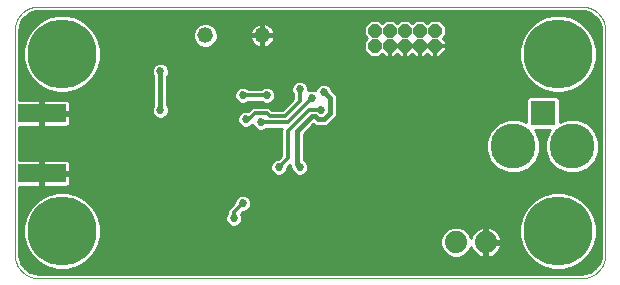
<source format=gbl>
G75*
%MOIN*%
%OFA0B0*%
%FSLAX25Y25*%
%IPPOS*%
%LPD*%
%AMOC8*
5,1,8,0,0,1.08239X$1,22.5*
%
%ADD10C,0.00000*%
%ADD11C,0.05200*%
%ADD12OC8,0.04362*%
%ADD13C,0.15024*%
%ADD14R,0.08268X0.08268*%
%ADD15R,0.16000X0.06000*%
%ADD16C,0.23000*%
%ADD17C,0.07400*%
%ADD18C,0.01000*%
%ADD19C,0.02700*%
%ADD20C,0.01600*%
%ADD21C,0.01200*%
D10*
X0010374Y0002500D02*
X0191476Y0002500D01*
X0191666Y0002502D01*
X0191856Y0002509D01*
X0192046Y0002521D01*
X0192236Y0002537D01*
X0192425Y0002557D01*
X0192614Y0002583D01*
X0192802Y0002612D01*
X0192989Y0002647D01*
X0193175Y0002686D01*
X0193360Y0002729D01*
X0193545Y0002777D01*
X0193728Y0002829D01*
X0193909Y0002885D01*
X0194089Y0002946D01*
X0194268Y0003012D01*
X0194445Y0003081D01*
X0194621Y0003155D01*
X0194794Y0003233D01*
X0194966Y0003316D01*
X0195135Y0003402D01*
X0195303Y0003492D01*
X0195468Y0003587D01*
X0195631Y0003685D01*
X0195791Y0003788D01*
X0195949Y0003894D01*
X0196104Y0004004D01*
X0196257Y0004117D01*
X0196407Y0004235D01*
X0196553Y0004356D01*
X0196697Y0004480D01*
X0196838Y0004608D01*
X0196976Y0004739D01*
X0197111Y0004874D01*
X0197242Y0005012D01*
X0197370Y0005153D01*
X0197494Y0005297D01*
X0197615Y0005443D01*
X0197733Y0005593D01*
X0197846Y0005746D01*
X0197956Y0005901D01*
X0198062Y0006059D01*
X0198165Y0006219D01*
X0198263Y0006382D01*
X0198358Y0006547D01*
X0198448Y0006715D01*
X0198534Y0006884D01*
X0198617Y0007056D01*
X0198695Y0007229D01*
X0198769Y0007405D01*
X0198838Y0007582D01*
X0198904Y0007761D01*
X0198965Y0007941D01*
X0199021Y0008122D01*
X0199073Y0008305D01*
X0199121Y0008490D01*
X0199164Y0008675D01*
X0199203Y0008861D01*
X0199238Y0009048D01*
X0199267Y0009236D01*
X0199293Y0009425D01*
X0199313Y0009614D01*
X0199329Y0009804D01*
X0199341Y0009994D01*
X0199348Y0010184D01*
X0199350Y0010374D01*
X0199350Y0085177D01*
X0199348Y0085367D01*
X0199341Y0085557D01*
X0199329Y0085747D01*
X0199313Y0085937D01*
X0199293Y0086126D01*
X0199267Y0086315D01*
X0199238Y0086503D01*
X0199203Y0086690D01*
X0199164Y0086876D01*
X0199121Y0087061D01*
X0199073Y0087246D01*
X0199021Y0087429D01*
X0198965Y0087610D01*
X0198904Y0087790D01*
X0198838Y0087969D01*
X0198769Y0088146D01*
X0198695Y0088322D01*
X0198617Y0088495D01*
X0198534Y0088667D01*
X0198448Y0088836D01*
X0198358Y0089004D01*
X0198263Y0089169D01*
X0198165Y0089332D01*
X0198062Y0089492D01*
X0197956Y0089650D01*
X0197846Y0089805D01*
X0197733Y0089958D01*
X0197615Y0090108D01*
X0197494Y0090254D01*
X0197370Y0090398D01*
X0197242Y0090539D01*
X0197111Y0090677D01*
X0196976Y0090812D01*
X0196838Y0090943D01*
X0196697Y0091071D01*
X0196553Y0091195D01*
X0196407Y0091316D01*
X0196257Y0091434D01*
X0196104Y0091547D01*
X0195949Y0091657D01*
X0195791Y0091763D01*
X0195631Y0091866D01*
X0195468Y0091964D01*
X0195303Y0092059D01*
X0195135Y0092149D01*
X0194966Y0092235D01*
X0194794Y0092318D01*
X0194621Y0092396D01*
X0194445Y0092470D01*
X0194268Y0092539D01*
X0194089Y0092605D01*
X0193909Y0092666D01*
X0193728Y0092722D01*
X0193545Y0092774D01*
X0193360Y0092822D01*
X0193175Y0092865D01*
X0192989Y0092904D01*
X0192802Y0092939D01*
X0192614Y0092968D01*
X0192425Y0092994D01*
X0192236Y0093014D01*
X0192046Y0093030D01*
X0191856Y0093042D01*
X0191666Y0093049D01*
X0191476Y0093051D01*
X0010374Y0093051D01*
X0010184Y0093049D01*
X0009994Y0093042D01*
X0009804Y0093030D01*
X0009614Y0093014D01*
X0009425Y0092994D01*
X0009236Y0092968D01*
X0009048Y0092939D01*
X0008861Y0092904D01*
X0008675Y0092865D01*
X0008490Y0092822D01*
X0008305Y0092774D01*
X0008122Y0092722D01*
X0007941Y0092666D01*
X0007761Y0092605D01*
X0007582Y0092539D01*
X0007405Y0092470D01*
X0007229Y0092396D01*
X0007056Y0092318D01*
X0006884Y0092235D01*
X0006715Y0092149D01*
X0006547Y0092059D01*
X0006382Y0091964D01*
X0006219Y0091866D01*
X0006059Y0091763D01*
X0005901Y0091657D01*
X0005746Y0091547D01*
X0005593Y0091434D01*
X0005443Y0091316D01*
X0005297Y0091195D01*
X0005153Y0091071D01*
X0005012Y0090943D01*
X0004874Y0090812D01*
X0004739Y0090677D01*
X0004608Y0090539D01*
X0004480Y0090398D01*
X0004356Y0090254D01*
X0004235Y0090108D01*
X0004117Y0089958D01*
X0004004Y0089805D01*
X0003894Y0089650D01*
X0003788Y0089492D01*
X0003685Y0089332D01*
X0003587Y0089169D01*
X0003492Y0089004D01*
X0003402Y0088836D01*
X0003316Y0088667D01*
X0003233Y0088495D01*
X0003155Y0088322D01*
X0003081Y0088146D01*
X0003012Y0087969D01*
X0002946Y0087790D01*
X0002885Y0087610D01*
X0002829Y0087429D01*
X0002777Y0087246D01*
X0002729Y0087061D01*
X0002686Y0086876D01*
X0002647Y0086690D01*
X0002612Y0086503D01*
X0002583Y0086315D01*
X0002557Y0086126D01*
X0002537Y0085937D01*
X0002521Y0085747D01*
X0002509Y0085557D01*
X0002502Y0085367D01*
X0002500Y0085177D01*
X0002500Y0010374D01*
X0002502Y0010184D01*
X0002509Y0009994D01*
X0002521Y0009804D01*
X0002537Y0009614D01*
X0002557Y0009425D01*
X0002583Y0009236D01*
X0002612Y0009048D01*
X0002647Y0008861D01*
X0002686Y0008675D01*
X0002729Y0008490D01*
X0002777Y0008305D01*
X0002829Y0008122D01*
X0002885Y0007941D01*
X0002946Y0007761D01*
X0003012Y0007582D01*
X0003081Y0007405D01*
X0003155Y0007229D01*
X0003233Y0007056D01*
X0003316Y0006884D01*
X0003402Y0006715D01*
X0003492Y0006547D01*
X0003587Y0006382D01*
X0003685Y0006219D01*
X0003788Y0006059D01*
X0003894Y0005901D01*
X0004004Y0005746D01*
X0004117Y0005593D01*
X0004235Y0005443D01*
X0004356Y0005297D01*
X0004480Y0005153D01*
X0004608Y0005012D01*
X0004739Y0004874D01*
X0004874Y0004739D01*
X0005012Y0004608D01*
X0005153Y0004480D01*
X0005297Y0004356D01*
X0005443Y0004235D01*
X0005593Y0004117D01*
X0005746Y0004004D01*
X0005901Y0003894D01*
X0006059Y0003788D01*
X0006219Y0003685D01*
X0006382Y0003587D01*
X0006547Y0003492D01*
X0006715Y0003402D01*
X0006884Y0003316D01*
X0007056Y0003233D01*
X0007229Y0003155D01*
X0007405Y0003081D01*
X0007582Y0003012D01*
X0007761Y0002946D01*
X0007941Y0002885D01*
X0008122Y0002829D01*
X0008305Y0002777D01*
X0008490Y0002729D01*
X0008675Y0002686D01*
X0008861Y0002647D01*
X0009048Y0002612D01*
X0009236Y0002583D01*
X0009425Y0002557D01*
X0009614Y0002537D01*
X0009804Y0002521D01*
X0009994Y0002509D01*
X0010184Y0002502D01*
X0010374Y0002500D01*
D11*
X0066000Y0083500D03*
X0085000Y0083500D03*
D12*
X0122500Y0085000D03*
X0127500Y0085000D03*
X0132500Y0085000D03*
X0137500Y0085000D03*
X0142500Y0085000D03*
X0142500Y0080000D03*
X0137500Y0080000D03*
X0132500Y0080000D03*
X0127500Y0080000D03*
X0122500Y0080000D03*
D13*
X0168657Y0046500D03*
X0188343Y0046500D03*
D14*
X0178500Y0057524D03*
D15*
X0011500Y0057500D03*
X0011500Y0037500D03*
D16*
X0018248Y0018248D03*
X0018248Y0077303D03*
X0183602Y0077303D03*
X0183602Y0018248D03*
D17*
X0159500Y0014500D03*
X0149500Y0014500D03*
D18*
X0007480Y0004695D02*
X0005867Y0005867D01*
X0004695Y0007480D01*
X0004078Y0009377D01*
X0004000Y0010374D01*
X0004000Y0033000D01*
X0011000Y0033000D01*
X0011000Y0037000D01*
X0012000Y0037000D01*
X0012000Y0038000D01*
X0011000Y0038000D01*
X0011000Y0042000D01*
X0004000Y0042000D01*
X0004000Y0053000D01*
X0011000Y0053000D01*
X0011000Y0057000D01*
X0012000Y0057000D01*
X0012000Y0058000D01*
X0011000Y0058000D01*
X0011000Y0062000D01*
X0004000Y0062000D01*
X0004000Y0085177D01*
X0004078Y0086174D01*
X0004695Y0088071D01*
X0005867Y0089684D01*
X0007480Y0090856D01*
X0009377Y0091473D01*
X0010374Y0091551D01*
X0191476Y0091551D01*
X0192473Y0091473D01*
X0194370Y0090856D01*
X0195983Y0089684D01*
X0197156Y0088071D01*
X0197772Y0086174D01*
X0197850Y0085177D01*
X0197850Y0010374D01*
X0197772Y0009377D01*
X0197156Y0007480D01*
X0195983Y0005867D01*
X0194370Y0004695D01*
X0192473Y0004078D01*
X0191476Y0004000D01*
X0010374Y0004000D01*
X0009377Y0004078D01*
X0007480Y0004695D01*
X0008089Y0004497D02*
X0193762Y0004497D01*
X0195472Y0005496D02*
X0186238Y0005496D01*
X0185314Y0005248D02*
X0188620Y0006134D01*
X0191585Y0007845D01*
X0194005Y0010266D01*
X0195716Y0013230D01*
X0196602Y0016537D01*
X0196602Y0019960D01*
X0195716Y0023266D01*
X0194005Y0026230D01*
X0191585Y0028651D01*
X0188620Y0030362D01*
X0185314Y0031248D01*
X0181891Y0031248D01*
X0178585Y0030362D01*
X0175620Y0028651D01*
X0173200Y0026230D01*
X0171488Y0023266D01*
X0170602Y0019960D01*
X0170602Y0016537D01*
X0171488Y0013230D01*
X0173200Y0010266D01*
X0175620Y0007845D01*
X0178585Y0006134D01*
X0181891Y0005248D01*
X0185314Y0005248D01*
X0189244Y0006494D02*
X0196439Y0006494D01*
X0197160Y0007493D02*
X0190973Y0007493D01*
X0192230Y0008491D02*
X0197484Y0008491D01*
X0197781Y0009490D02*
X0193229Y0009490D01*
X0194133Y0010488D02*
X0197850Y0010488D01*
X0197850Y0011487D02*
X0194710Y0011487D01*
X0195286Y0012485D02*
X0197850Y0012485D01*
X0197850Y0013484D02*
X0195784Y0013484D01*
X0196052Y0014482D02*
X0197850Y0014482D01*
X0197850Y0015481D02*
X0196319Y0015481D01*
X0196587Y0016479D02*
X0197850Y0016479D01*
X0197850Y0017478D02*
X0196602Y0017478D01*
X0196602Y0018476D02*
X0197850Y0018476D01*
X0197850Y0019475D02*
X0196602Y0019475D01*
X0196465Y0020473D02*
X0197850Y0020473D01*
X0197850Y0021472D02*
X0196197Y0021472D01*
X0195930Y0022470D02*
X0197850Y0022470D01*
X0197850Y0023469D02*
X0195599Y0023469D01*
X0195023Y0024467D02*
X0197850Y0024467D01*
X0197850Y0025466D02*
X0194446Y0025466D01*
X0193771Y0026464D02*
X0197850Y0026464D01*
X0197850Y0027463D02*
X0192772Y0027463D01*
X0191774Y0028461D02*
X0197850Y0028461D01*
X0197850Y0029460D02*
X0190183Y0029460D01*
X0188261Y0030458D02*
X0197850Y0030458D01*
X0197850Y0031457D02*
X0004000Y0031457D01*
X0004000Y0032455D02*
X0197850Y0032455D01*
X0197850Y0033454D02*
X0020575Y0033454D01*
X0020700Y0033579D02*
X0020898Y0033921D01*
X0021000Y0034303D01*
X0021000Y0037000D01*
X0012000Y0037000D01*
X0012000Y0033000D01*
X0019697Y0033000D01*
X0020079Y0033102D01*
X0020421Y0033300D01*
X0020700Y0033579D01*
X0021000Y0034452D02*
X0197850Y0034452D01*
X0197850Y0035451D02*
X0021000Y0035451D01*
X0021000Y0036449D02*
X0197850Y0036449D01*
X0197850Y0037448D02*
X0099478Y0037448D01*
X0099114Y0037084D02*
X0099916Y0037886D01*
X0100350Y0038933D01*
X0100350Y0040067D01*
X0099916Y0041114D01*
X0099114Y0041916D01*
X0098800Y0042046D01*
X0098800Y0050547D01*
X0102000Y0053747D01*
X0102547Y0053200D01*
X0106453Y0053200D01*
X0107800Y0054547D01*
X0109800Y0056547D01*
X0109800Y0063453D01*
X0108453Y0064800D01*
X0108350Y0064903D01*
X0108350Y0065067D01*
X0107916Y0066114D01*
X0107114Y0066916D01*
X0106067Y0067350D01*
X0104933Y0067350D01*
X0103886Y0066916D01*
X0103084Y0066114D01*
X0102665Y0065102D01*
X0102067Y0065350D01*
X0100933Y0065350D01*
X0100350Y0065108D01*
X0100350Y0066067D01*
X0099916Y0067114D01*
X0099114Y0067916D01*
X0098067Y0068350D01*
X0096933Y0068350D01*
X0095886Y0067916D01*
X0095084Y0067114D01*
X0094650Y0066067D01*
X0094650Y0064933D01*
X0095084Y0063886D01*
X0095400Y0063570D01*
X0095400Y0062370D01*
X0091630Y0058600D01*
X0088370Y0058600D01*
X0087370Y0059600D01*
X0081630Y0059600D01*
X0080400Y0058370D01*
X0080288Y0058258D01*
X0080067Y0058350D01*
X0078933Y0058350D01*
X0077886Y0057916D01*
X0077084Y0057114D01*
X0076650Y0056067D01*
X0076650Y0054933D01*
X0077084Y0053886D01*
X0077886Y0053084D01*
X0078933Y0052650D01*
X0080067Y0052650D01*
X0081114Y0053084D01*
X0081742Y0053711D01*
X0082084Y0052886D01*
X0082886Y0052084D01*
X0083933Y0051650D01*
X0085067Y0051650D01*
X0086114Y0052084D01*
X0086430Y0052400D01*
X0091430Y0052400D01*
X0091400Y0052370D01*
X0091400Y0043370D01*
X0090380Y0042350D01*
X0089933Y0042350D01*
X0088886Y0041916D01*
X0088084Y0041114D01*
X0087650Y0040067D01*
X0087650Y0038933D01*
X0088084Y0037886D01*
X0088886Y0037084D01*
X0089933Y0036650D01*
X0091067Y0036650D01*
X0092114Y0037084D01*
X0092916Y0037886D01*
X0093350Y0038933D01*
X0093350Y0039380D01*
X0094200Y0040230D01*
X0094200Y0039547D01*
X0094650Y0039097D01*
X0094650Y0038933D01*
X0095084Y0037886D01*
X0095886Y0037084D01*
X0096933Y0036650D01*
X0098067Y0036650D01*
X0099114Y0037084D01*
X0100148Y0038446D02*
X0164552Y0038446D01*
X0163553Y0038860D02*
X0166865Y0037488D01*
X0170450Y0037488D01*
X0173762Y0038860D01*
X0176297Y0041395D01*
X0177669Y0044707D01*
X0177669Y0048293D01*
X0176297Y0051605D01*
X0176012Y0051890D01*
X0180988Y0051890D01*
X0180703Y0051605D01*
X0179331Y0048293D01*
X0179331Y0044707D01*
X0180703Y0041395D01*
X0183238Y0038860D01*
X0186550Y0037488D01*
X0190135Y0037488D01*
X0193447Y0038860D01*
X0195982Y0041395D01*
X0197354Y0044707D01*
X0197354Y0048293D01*
X0195982Y0051605D01*
X0193447Y0054140D01*
X0190135Y0055512D01*
X0186550Y0055512D01*
X0184134Y0054511D01*
X0184134Y0062279D01*
X0183255Y0063157D01*
X0173745Y0063157D01*
X0172866Y0062279D01*
X0172866Y0054511D01*
X0170450Y0055512D01*
X0166865Y0055512D01*
X0163553Y0054140D01*
X0161018Y0051605D01*
X0159646Y0048293D01*
X0159646Y0044707D01*
X0161018Y0041395D01*
X0163553Y0038860D01*
X0162968Y0039445D02*
X0100350Y0039445D01*
X0100194Y0040443D02*
X0161969Y0040443D01*
X0160998Y0041442D02*
X0099589Y0041442D01*
X0098800Y0042440D02*
X0160585Y0042440D01*
X0160171Y0043439D02*
X0098800Y0043439D01*
X0098800Y0044437D02*
X0159757Y0044437D01*
X0159646Y0045436D02*
X0098800Y0045436D01*
X0098800Y0046434D02*
X0159646Y0046434D01*
X0159646Y0047433D02*
X0098800Y0047433D01*
X0098800Y0048432D02*
X0159703Y0048432D01*
X0160117Y0049430D02*
X0098800Y0049430D01*
X0098800Y0050429D02*
X0160530Y0050429D01*
X0160944Y0051427D02*
X0099680Y0051427D01*
X0100678Y0052426D02*
X0161838Y0052426D01*
X0162837Y0053424D02*
X0106677Y0053424D01*
X0107675Y0054423D02*
X0164235Y0054423D01*
X0166646Y0055421D02*
X0108674Y0055421D01*
X0109672Y0056420D02*
X0172866Y0056420D01*
X0172866Y0057418D02*
X0109800Y0057418D01*
X0109800Y0058417D02*
X0172866Y0058417D01*
X0172866Y0059415D02*
X0109800Y0059415D01*
X0109800Y0060414D02*
X0172866Y0060414D01*
X0172866Y0061412D02*
X0109800Y0061412D01*
X0109800Y0062411D02*
X0172998Y0062411D01*
X0175620Y0066901D02*
X0178585Y0065189D01*
X0181891Y0064303D01*
X0185314Y0064303D01*
X0188620Y0065189D01*
X0191585Y0066901D01*
X0194005Y0069321D01*
X0195716Y0072285D01*
X0196602Y0075592D01*
X0196602Y0079015D01*
X0195716Y0082321D01*
X0194005Y0085285D01*
X0191585Y0087706D01*
X0188620Y0089417D01*
X0185314Y0090303D01*
X0181891Y0090303D01*
X0178585Y0089417D01*
X0175620Y0087706D01*
X0173200Y0085285D01*
X0171488Y0082321D01*
X0170602Y0079015D01*
X0170602Y0075592D01*
X0171488Y0072285D01*
X0173200Y0069321D01*
X0175620Y0066901D01*
X0175117Y0067403D02*
X0099627Y0067403D01*
X0100210Y0066405D02*
X0103374Y0066405D01*
X0102791Y0065406D02*
X0100350Y0065406D01*
X0095400Y0063409D02*
X0089350Y0063409D01*
X0089350Y0062933D02*
X0089350Y0064067D01*
X0088916Y0065114D01*
X0088114Y0065916D01*
X0087067Y0066350D01*
X0085933Y0066350D01*
X0084886Y0065916D01*
X0084569Y0065600D01*
X0080430Y0065600D01*
X0080114Y0065916D01*
X0079067Y0066350D01*
X0077933Y0066350D01*
X0076886Y0065916D01*
X0076084Y0065114D01*
X0075650Y0064067D01*
X0075650Y0062933D01*
X0076084Y0061886D01*
X0076886Y0061084D01*
X0077933Y0060650D01*
X0079067Y0060650D01*
X0080114Y0061084D01*
X0080430Y0061400D01*
X0084569Y0061400D01*
X0084886Y0061084D01*
X0085933Y0060650D01*
X0087067Y0060650D01*
X0088114Y0061084D01*
X0088916Y0061886D01*
X0089350Y0062933D01*
X0089134Y0062411D02*
X0095400Y0062411D01*
X0094442Y0061412D02*
X0088443Y0061412D01*
X0087555Y0059415D02*
X0092445Y0059415D01*
X0093444Y0060414D02*
X0053300Y0060414D01*
X0053300Y0060230D02*
X0053300Y0069769D01*
X0053416Y0069886D01*
X0053850Y0070933D01*
X0053850Y0072067D01*
X0053416Y0073114D01*
X0052614Y0073916D01*
X0051567Y0074350D01*
X0050433Y0074350D01*
X0049386Y0073916D01*
X0048584Y0073114D01*
X0048150Y0072067D01*
X0048150Y0070933D01*
X0048584Y0069886D01*
X0048700Y0069769D01*
X0048700Y0060230D01*
X0048584Y0060114D01*
X0048150Y0059067D01*
X0048150Y0057933D01*
X0048584Y0056886D01*
X0049386Y0056084D01*
X0050433Y0055650D01*
X0051567Y0055650D01*
X0052614Y0056084D01*
X0053416Y0056886D01*
X0053850Y0057933D01*
X0053850Y0059067D01*
X0053416Y0060114D01*
X0053300Y0060230D01*
X0053706Y0059415D02*
X0081445Y0059415D01*
X0080447Y0058417D02*
X0053850Y0058417D01*
X0053637Y0057418D02*
X0077388Y0057418D01*
X0076796Y0056420D02*
X0052950Y0056420D01*
X0049050Y0056420D02*
X0021000Y0056420D01*
X0021000Y0057000D02*
X0012000Y0057000D01*
X0012000Y0053000D01*
X0019697Y0053000D01*
X0020079Y0053102D01*
X0020421Y0053300D01*
X0020700Y0053579D01*
X0020898Y0053921D01*
X0021000Y0054303D01*
X0021000Y0057000D01*
X0021000Y0058000D02*
X0021000Y0060697D01*
X0020898Y0061079D01*
X0020700Y0061421D01*
X0020421Y0061700D01*
X0020079Y0061898D01*
X0019697Y0062000D01*
X0012000Y0062000D01*
X0012000Y0058000D01*
X0021000Y0058000D01*
X0021000Y0058417D02*
X0048150Y0058417D01*
X0048294Y0059415D02*
X0021000Y0059415D01*
X0021000Y0060414D02*
X0048700Y0060414D01*
X0048700Y0061412D02*
X0020705Y0061412D01*
X0019960Y0064303D02*
X0016537Y0064303D01*
X0013230Y0065189D01*
X0010266Y0066901D01*
X0007845Y0069321D01*
X0006134Y0072285D01*
X0005248Y0075592D01*
X0005248Y0079015D01*
X0006134Y0082321D01*
X0007845Y0085285D01*
X0010266Y0087706D01*
X0013230Y0089417D01*
X0016537Y0090303D01*
X0019960Y0090303D01*
X0023266Y0089417D01*
X0026230Y0087706D01*
X0028651Y0085285D01*
X0030362Y0082321D01*
X0031248Y0079015D01*
X0031248Y0075592D01*
X0030362Y0072285D01*
X0028651Y0069321D01*
X0026230Y0066901D01*
X0023266Y0065189D01*
X0019960Y0064303D01*
X0020350Y0064408D02*
X0048700Y0064408D01*
X0048700Y0065406D02*
X0023642Y0065406D01*
X0025371Y0066405D02*
X0048700Y0066405D01*
X0048700Y0067403D02*
X0026733Y0067403D01*
X0027731Y0068402D02*
X0048700Y0068402D01*
X0048700Y0069400D02*
X0028696Y0069400D01*
X0029273Y0070399D02*
X0048371Y0070399D01*
X0048150Y0071397D02*
X0029849Y0071397D01*
X0030392Y0072396D02*
X0048286Y0072396D01*
X0048864Y0073394D02*
X0030659Y0073394D01*
X0030927Y0074393D02*
X0170924Y0074393D01*
X0170656Y0075391D02*
X0031194Y0075391D01*
X0031248Y0076390D02*
X0120904Y0076390D01*
X0120975Y0076319D02*
X0124025Y0076319D01*
X0125000Y0077294D01*
X0125975Y0076319D01*
X0127409Y0076319D01*
X0127409Y0079909D01*
X0127591Y0079909D01*
X0127591Y0080091D01*
X0131181Y0080091D01*
X0132409Y0080091D01*
X0132409Y0079909D01*
X0132591Y0079909D01*
X0132591Y0080091D01*
X0137409Y0080091D01*
X0137409Y0079909D01*
X0137591Y0079909D01*
X0137591Y0080091D01*
X0142409Y0080091D01*
X0142409Y0079909D01*
X0142591Y0079909D01*
X0142591Y0080091D01*
X0146181Y0080091D01*
X0146181Y0081525D01*
X0145206Y0082500D01*
X0146181Y0083475D01*
X0146181Y0086525D01*
X0144025Y0088681D01*
X0140975Y0088681D01*
X0140000Y0087706D01*
X0139025Y0088681D01*
X0135975Y0088681D01*
X0135000Y0087706D01*
X0134025Y0088681D01*
X0130975Y0088681D01*
X0130000Y0087706D01*
X0129025Y0088681D01*
X0125975Y0088681D01*
X0125000Y0087706D01*
X0124025Y0088681D01*
X0120975Y0088681D01*
X0118819Y0086525D01*
X0118819Y0083475D01*
X0119794Y0082500D01*
X0118819Y0081525D01*
X0118819Y0078475D01*
X0120975Y0076319D01*
X0119906Y0077388D02*
X0031248Y0077388D01*
X0031248Y0078387D02*
X0118907Y0078387D01*
X0118819Y0079385D02*
X0031149Y0079385D01*
X0030881Y0080384D02*
X0063318Y0080384D01*
X0063678Y0080024D02*
X0065184Y0079400D01*
X0066816Y0079400D01*
X0068322Y0080024D01*
X0069476Y0081178D01*
X0070100Y0082684D01*
X0070100Y0084316D01*
X0069476Y0085822D01*
X0068322Y0086976D01*
X0066816Y0087600D01*
X0065184Y0087600D01*
X0063678Y0086976D01*
X0062524Y0085822D01*
X0061900Y0084316D01*
X0061900Y0082684D01*
X0062524Y0081178D01*
X0063678Y0080024D01*
X0062439Y0081382D02*
X0030614Y0081382D01*
X0030327Y0082381D02*
X0062026Y0082381D01*
X0061900Y0083379D02*
X0029751Y0083379D01*
X0029175Y0084378D02*
X0061926Y0084378D01*
X0062339Y0085376D02*
X0028560Y0085376D01*
X0027561Y0086375D02*
X0063077Y0086375D01*
X0064638Y0087373D02*
X0026562Y0087373D01*
X0025076Y0088372D02*
X0120666Y0088372D01*
X0119668Y0087373D02*
X0086347Y0087373D01*
X0086574Y0087300D02*
X0085960Y0087499D01*
X0085323Y0087600D01*
X0085300Y0087600D01*
X0085300Y0083800D01*
X0089100Y0083800D01*
X0089100Y0083823D01*
X0088999Y0084460D01*
X0088800Y0085074D01*
X0088507Y0085649D01*
X0088127Y0086171D01*
X0087671Y0086627D01*
X0087149Y0087007D01*
X0086574Y0087300D01*
X0085300Y0087373D02*
X0084700Y0087373D01*
X0084700Y0087600D02*
X0084677Y0087600D01*
X0084040Y0087499D01*
X0083426Y0087300D01*
X0082851Y0087007D01*
X0082329Y0086627D01*
X0081873Y0086171D01*
X0081493Y0085649D01*
X0081200Y0085074D01*
X0081001Y0084460D01*
X0080900Y0083823D01*
X0080900Y0083800D01*
X0084700Y0083800D01*
X0084700Y0087600D01*
X0083653Y0087373D02*
X0067362Y0087373D01*
X0068923Y0086375D02*
X0082077Y0086375D01*
X0081355Y0085376D02*
X0069661Y0085376D01*
X0070074Y0084378D02*
X0080988Y0084378D01*
X0080900Y0083200D02*
X0080900Y0083177D01*
X0081001Y0082540D01*
X0081200Y0081926D01*
X0081493Y0081351D01*
X0081873Y0080829D01*
X0082329Y0080373D01*
X0082851Y0079993D01*
X0083426Y0079700D01*
X0084040Y0079501D01*
X0084677Y0079400D01*
X0084700Y0079400D01*
X0084700Y0083200D01*
X0085300Y0083200D01*
X0085300Y0083800D01*
X0084700Y0083800D01*
X0084700Y0083200D01*
X0080900Y0083200D01*
X0081053Y0082381D02*
X0069974Y0082381D01*
X0070100Y0083379D02*
X0084700Y0083379D01*
X0085300Y0083379D02*
X0118915Y0083379D01*
X0118819Y0084378D02*
X0089012Y0084378D01*
X0088645Y0085376D02*
X0118819Y0085376D01*
X0118819Y0086375D02*
X0087923Y0086375D01*
X0085300Y0086375D02*
X0084700Y0086375D01*
X0084700Y0085376D02*
X0085300Y0085376D01*
X0085300Y0084378D02*
X0084700Y0084378D01*
X0085300Y0083200D02*
X0089100Y0083200D01*
X0089100Y0083177D01*
X0088999Y0082540D01*
X0088800Y0081926D01*
X0088507Y0081351D01*
X0088127Y0080829D01*
X0087671Y0080373D01*
X0087149Y0079993D01*
X0086574Y0079700D01*
X0085960Y0079501D01*
X0085323Y0079400D01*
X0085300Y0079400D01*
X0085300Y0083200D01*
X0085300Y0082381D02*
X0084700Y0082381D01*
X0084700Y0081382D02*
X0085300Y0081382D01*
X0085300Y0080384D02*
X0084700Y0080384D01*
X0082318Y0080384D02*
X0068682Y0080384D01*
X0069561Y0081382D02*
X0081477Y0081382D01*
X0087682Y0080384D02*
X0118819Y0080384D01*
X0118819Y0081382D02*
X0088523Y0081382D01*
X0088947Y0082381D02*
X0119675Y0082381D01*
X0127591Y0079909D02*
X0127591Y0076319D01*
X0129025Y0076319D01*
X0130000Y0077294D01*
X0130975Y0076319D01*
X0132409Y0076319D01*
X0132409Y0079909D01*
X0127591Y0079909D01*
X0127591Y0079385D02*
X0127409Y0079385D01*
X0127409Y0078387D02*
X0127591Y0078387D01*
X0127591Y0077388D02*
X0127409Y0077388D01*
X0127409Y0076390D02*
X0127591Y0076390D01*
X0129096Y0076390D02*
X0130904Y0076390D01*
X0132409Y0076390D02*
X0132591Y0076390D01*
X0132591Y0076319D02*
X0134025Y0076319D01*
X0135000Y0077294D01*
X0135975Y0076319D01*
X0137409Y0076319D01*
X0137409Y0079909D01*
X0133819Y0079909D01*
X0132591Y0079909D01*
X0132591Y0076319D01*
X0132591Y0077388D02*
X0132409Y0077388D01*
X0132409Y0078387D02*
X0132591Y0078387D01*
X0132591Y0079385D02*
X0132409Y0079385D01*
X0137409Y0079385D02*
X0137591Y0079385D01*
X0137591Y0079909D02*
X0137591Y0076319D01*
X0139025Y0076319D01*
X0140000Y0077294D01*
X0140975Y0076319D01*
X0142409Y0076319D01*
X0142409Y0079909D01*
X0138819Y0079909D01*
X0137591Y0079909D01*
X0137591Y0078387D02*
X0137409Y0078387D01*
X0137409Y0077388D02*
X0137591Y0077388D01*
X0137591Y0076390D02*
X0137409Y0076390D01*
X0135904Y0076390D02*
X0134096Y0076390D01*
X0139096Y0076390D02*
X0140904Y0076390D01*
X0142409Y0076390D02*
X0142591Y0076390D01*
X0142591Y0076319D02*
X0144025Y0076319D01*
X0146181Y0078475D01*
X0146181Y0079909D01*
X0142591Y0079909D01*
X0142591Y0076319D01*
X0142591Y0077388D02*
X0142409Y0077388D01*
X0142409Y0078387D02*
X0142591Y0078387D01*
X0142591Y0079385D02*
X0142409Y0079385D01*
X0145094Y0077388D02*
X0170602Y0077388D01*
X0170602Y0076390D02*
X0144096Y0076390D01*
X0146093Y0078387D02*
X0170602Y0078387D01*
X0170702Y0079385D02*
X0146181Y0079385D01*
X0146181Y0080384D02*
X0170969Y0080384D01*
X0171237Y0081382D02*
X0146181Y0081382D01*
X0145325Y0082381D02*
X0171523Y0082381D01*
X0172099Y0083379D02*
X0146085Y0083379D01*
X0146181Y0084378D02*
X0172676Y0084378D01*
X0173291Y0085376D02*
X0146181Y0085376D01*
X0146181Y0086375D02*
X0174289Y0086375D01*
X0175288Y0087373D02*
X0145332Y0087373D01*
X0144334Y0088372D02*
X0176774Y0088372D01*
X0178504Y0089370D02*
X0023347Y0089370D01*
X0013149Y0089370D02*
X0005639Y0089370D01*
X0004913Y0088372D02*
X0011420Y0088372D01*
X0009934Y0087373D02*
X0004468Y0087373D01*
X0004144Y0086375D02*
X0008935Y0086375D01*
X0007937Y0085376D02*
X0004016Y0085376D01*
X0004000Y0084378D02*
X0007322Y0084378D01*
X0006745Y0083379D02*
X0004000Y0083379D01*
X0004000Y0082381D02*
X0006169Y0082381D01*
X0005882Y0081382D02*
X0004000Y0081382D01*
X0004000Y0080384D02*
X0005615Y0080384D01*
X0005347Y0079385D02*
X0004000Y0079385D01*
X0004000Y0078387D02*
X0005248Y0078387D01*
X0005248Y0077388D02*
X0004000Y0077388D01*
X0004000Y0076390D02*
X0005248Y0076390D01*
X0005302Y0075391D02*
X0004000Y0075391D01*
X0004000Y0074393D02*
X0005569Y0074393D01*
X0005837Y0073394D02*
X0004000Y0073394D01*
X0004000Y0072396D02*
X0006104Y0072396D01*
X0006647Y0071397D02*
X0004000Y0071397D01*
X0004000Y0070399D02*
X0007223Y0070399D01*
X0007800Y0069400D02*
X0004000Y0069400D01*
X0004000Y0068402D02*
X0008765Y0068402D01*
X0009763Y0067403D02*
X0004000Y0067403D01*
X0004000Y0066405D02*
X0011125Y0066405D01*
X0012854Y0065406D02*
X0004000Y0065406D01*
X0004000Y0064408D02*
X0016146Y0064408D01*
X0012000Y0061412D02*
X0011000Y0061412D01*
X0011000Y0060414D02*
X0012000Y0060414D01*
X0012000Y0059415D02*
X0011000Y0059415D01*
X0011000Y0058417D02*
X0012000Y0058417D01*
X0012000Y0057418D02*
X0048363Y0057418D01*
X0053300Y0061412D02*
X0076557Y0061412D01*
X0075866Y0062411D02*
X0053300Y0062411D01*
X0053300Y0063409D02*
X0075650Y0063409D01*
X0075791Y0064408D02*
X0053300Y0064408D01*
X0053300Y0065406D02*
X0076376Y0065406D01*
X0088624Y0065406D02*
X0094650Y0065406D01*
X0094790Y0066405D02*
X0053300Y0066405D01*
X0053300Y0067403D02*
X0095373Y0067403D01*
X0094868Y0064408D02*
X0089209Y0064408D01*
X0107626Y0066405D02*
X0176479Y0066405D01*
X0178208Y0065406D02*
X0108209Y0065406D01*
X0108845Y0064408D02*
X0181501Y0064408D01*
X0184002Y0062411D02*
X0197850Y0062411D01*
X0197850Y0063409D02*
X0109800Y0063409D01*
X0102323Y0053424D02*
X0101677Y0053424D01*
X0091400Y0051427D02*
X0004000Y0051427D01*
X0004000Y0050429D02*
X0091400Y0050429D01*
X0091400Y0049430D02*
X0004000Y0049430D01*
X0004000Y0048432D02*
X0091400Y0048432D01*
X0091400Y0047433D02*
X0004000Y0047433D01*
X0004000Y0046434D02*
X0091400Y0046434D01*
X0091400Y0045436D02*
X0004000Y0045436D01*
X0004000Y0044437D02*
X0091400Y0044437D01*
X0091400Y0043439D02*
X0004000Y0043439D01*
X0004000Y0042440D02*
X0090471Y0042440D01*
X0088411Y0041442D02*
X0020679Y0041442D01*
X0020700Y0041421D02*
X0020421Y0041700D01*
X0020079Y0041898D01*
X0019697Y0042000D01*
X0012000Y0042000D01*
X0012000Y0038000D01*
X0021000Y0038000D01*
X0021000Y0040697D01*
X0020898Y0041079D01*
X0020700Y0041421D01*
X0021000Y0040443D02*
X0087806Y0040443D01*
X0087650Y0039445D02*
X0021000Y0039445D01*
X0021000Y0038446D02*
X0087852Y0038446D01*
X0088522Y0037448D02*
X0012000Y0037448D01*
X0012000Y0038446D02*
X0011000Y0038446D01*
X0011000Y0039445D02*
X0012000Y0039445D01*
X0012000Y0040443D02*
X0011000Y0040443D01*
X0011000Y0041442D02*
X0012000Y0041442D01*
X0012000Y0036449D02*
X0011000Y0036449D01*
X0011000Y0035451D02*
X0012000Y0035451D01*
X0012000Y0034452D02*
X0011000Y0034452D01*
X0011000Y0033454D02*
X0012000Y0033454D01*
X0013230Y0030362D02*
X0016537Y0031248D01*
X0019960Y0031248D01*
X0023266Y0030362D01*
X0026230Y0028651D01*
X0028651Y0026230D01*
X0030362Y0023266D01*
X0031248Y0019960D01*
X0031248Y0016537D01*
X0030362Y0013230D01*
X0028651Y0010266D01*
X0026230Y0007845D01*
X0023266Y0006134D01*
X0019960Y0005248D01*
X0016537Y0005248D01*
X0013230Y0006134D01*
X0010266Y0007845D01*
X0007845Y0010266D01*
X0006134Y0013230D01*
X0005248Y0016537D01*
X0005248Y0019960D01*
X0006134Y0023266D01*
X0007845Y0026230D01*
X0010266Y0028651D01*
X0013230Y0030362D01*
X0013589Y0030458D02*
X0004000Y0030458D01*
X0004000Y0029460D02*
X0011667Y0029460D01*
X0010077Y0028461D02*
X0004000Y0028461D01*
X0004000Y0027463D02*
X0009078Y0027463D01*
X0008079Y0026464D02*
X0004000Y0026464D01*
X0004000Y0025466D02*
X0007404Y0025466D01*
X0006828Y0024467D02*
X0004000Y0024467D01*
X0004000Y0023469D02*
X0006251Y0023469D01*
X0005921Y0022470D02*
X0004000Y0022470D01*
X0004000Y0021472D02*
X0005653Y0021472D01*
X0005386Y0020473D02*
X0004000Y0020473D01*
X0004000Y0019475D02*
X0005248Y0019475D01*
X0005248Y0018476D02*
X0004000Y0018476D01*
X0004000Y0017478D02*
X0005248Y0017478D01*
X0005263Y0016479D02*
X0004000Y0016479D01*
X0004000Y0015481D02*
X0005531Y0015481D01*
X0005798Y0014482D02*
X0004000Y0014482D01*
X0004000Y0013484D02*
X0006066Y0013484D01*
X0006564Y0012485D02*
X0004000Y0012485D01*
X0004000Y0011487D02*
X0007141Y0011487D01*
X0007717Y0010488D02*
X0004000Y0010488D01*
X0004070Y0009490D02*
X0008622Y0009490D01*
X0009620Y0008491D02*
X0004366Y0008491D01*
X0004691Y0007493D02*
X0010877Y0007493D01*
X0012607Y0006494D02*
X0005411Y0006494D01*
X0006378Y0005496D02*
X0015613Y0005496D01*
X0020883Y0005496D02*
X0180967Y0005496D01*
X0177961Y0006494D02*
X0023890Y0006494D01*
X0025619Y0007493D02*
X0176231Y0007493D01*
X0174975Y0008491D02*
X0026876Y0008491D01*
X0027874Y0009490D02*
X0148008Y0009490D01*
X0148466Y0009300D02*
X0150534Y0009300D01*
X0152446Y0010092D01*
X0153908Y0011554D01*
X0154514Y0013017D01*
X0154681Y0012504D01*
X0155053Y0011775D01*
X0155534Y0011112D01*
X0156112Y0010534D01*
X0156775Y0010053D01*
X0157504Y0009681D01*
X0158282Y0009428D01*
X0159000Y0009314D01*
X0159000Y0014000D01*
X0160000Y0014000D01*
X0160000Y0015000D01*
X0159000Y0015000D01*
X0159000Y0019686D01*
X0158282Y0019572D01*
X0157504Y0019319D01*
X0156775Y0018947D01*
X0156112Y0018466D01*
X0155534Y0017888D01*
X0155053Y0017225D01*
X0154681Y0016496D01*
X0154514Y0015983D01*
X0153908Y0017446D01*
X0152446Y0018908D01*
X0150534Y0019700D01*
X0148466Y0019700D01*
X0146554Y0018908D01*
X0145092Y0017446D01*
X0144300Y0015534D01*
X0144300Y0013466D01*
X0145092Y0011554D01*
X0146554Y0010092D01*
X0148466Y0009300D01*
X0150992Y0009490D02*
X0158093Y0009490D01*
X0159000Y0009490D02*
X0160000Y0009490D01*
X0160000Y0009314D02*
X0160718Y0009428D01*
X0161496Y0009681D01*
X0162225Y0010053D01*
X0162888Y0010534D01*
X0163466Y0011112D01*
X0163947Y0011775D01*
X0164319Y0012504D01*
X0164572Y0013282D01*
X0164686Y0014000D01*
X0160000Y0014000D01*
X0160000Y0009314D01*
X0160907Y0009490D02*
X0173976Y0009490D01*
X0173071Y0010488D02*
X0162825Y0010488D01*
X0163738Y0011487D02*
X0172495Y0011487D01*
X0171918Y0012485D02*
X0164309Y0012485D01*
X0164604Y0013484D02*
X0171420Y0013484D01*
X0171153Y0014482D02*
X0160000Y0014482D01*
X0160000Y0015000D02*
X0164686Y0015000D01*
X0164572Y0015718D01*
X0164319Y0016496D01*
X0163947Y0017225D01*
X0163466Y0017888D01*
X0162888Y0018466D01*
X0162225Y0018947D01*
X0161496Y0019319D01*
X0160718Y0019572D01*
X0160000Y0019686D01*
X0160000Y0015000D01*
X0160000Y0015481D02*
X0159000Y0015481D01*
X0159000Y0016479D02*
X0160000Y0016479D01*
X0160000Y0017478D02*
X0159000Y0017478D01*
X0159000Y0018476D02*
X0160000Y0018476D01*
X0160000Y0019475D02*
X0159000Y0019475D01*
X0157983Y0019475D02*
X0151078Y0019475D01*
X0152878Y0018476D02*
X0156126Y0018476D01*
X0155236Y0017478D02*
X0153876Y0017478D01*
X0154309Y0016479D02*
X0154675Y0016479D01*
X0159000Y0013484D02*
X0160000Y0013484D01*
X0160000Y0012485D02*
X0159000Y0012485D01*
X0159000Y0011487D02*
X0160000Y0011487D01*
X0160000Y0010488D02*
X0159000Y0010488D01*
X0156175Y0010488D02*
X0152842Y0010488D01*
X0153841Y0011487D02*
X0155262Y0011487D01*
X0154691Y0012485D02*
X0154294Y0012485D01*
X0146158Y0010488D02*
X0028779Y0010488D01*
X0029355Y0011487D02*
X0145159Y0011487D01*
X0144706Y0012485D02*
X0029932Y0012485D01*
X0030430Y0013484D02*
X0144300Y0013484D01*
X0144300Y0014482D02*
X0030698Y0014482D01*
X0030965Y0015481D02*
X0144300Y0015481D01*
X0144691Y0016479D02*
X0031233Y0016479D01*
X0031248Y0017478D02*
X0145124Y0017478D01*
X0146122Y0018476D02*
X0031248Y0018476D01*
X0031248Y0019475D02*
X0147922Y0019475D01*
X0161017Y0019475D02*
X0170602Y0019475D01*
X0170602Y0018476D02*
X0162874Y0018476D01*
X0163764Y0017478D02*
X0170602Y0017478D01*
X0170618Y0016479D02*
X0164325Y0016479D01*
X0164609Y0015481D02*
X0170885Y0015481D01*
X0170740Y0020473D02*
X0077504Y0020473D01*
X0077114Y0020084D02*
X0077916Y0020886D01*
X0078350Y0021933D01*
X0078350Y0023067D01*
X0077965Y0023996D01*
X0078620Y0024650D01*
X0079067Y0024650D01*
X0080114Y0025084D01*
X0080916Y0025886D01*
X0081350Y0026933D01*
X0081350Y0028067D01*
X0080916Y0029114D01*
X0080114Y0029916D01*
X0079067Y0030350D01*
X0077933Y0030350D01*
X0076886Y0029916D01*
X0076084Y0029114D01*
X0075650Y0028067D01*
X0075650Y0027620D01*
X0073400Y0025370D01*
X0073400Y0024430D01*
X0073084Y0024114D01*
X0072650Y0023067D01*
X0072650Y0021933D01*
X0073084Y0020886D01*
X0073886Y0020084D01*
X0074933Y0019650D01*
X0076067Y0019650D01*
X0077114Y0020084D01*
X0078159Y0021472D02*
X0171008Y0021472D01*
X0171275Y0022470D02*
X0078350Y0022470D01*
X0078184Y0023469D02*
X0171605Y0023469D01*
X0172182Y0024467D02*
X0078437Y0024467D01*
X0080496Y0025466D02*
X0172758Y0025466D01*
X0173434Y0026464D02*
X0081156Y0026464D01*
X0081350Y0027463D02*
X0174432Y0027463D01*
X0175431Y0028461D02*
X0081187Y0028461D01*
X0080571Y0029460D02*
X0177022Y0029460D01*
X0178944Y0030458D02*
X0022907Y0030458D01*
X0024829Y0029460D02*
X0076429Y0029460D01*
X0075813Y0028461D02*
X0026420Y0028461D01*
X0027418Y0027463D02*
X0075493Y0027463D01*
X0074494Y0026464D02*
X0028417Y0026464D01*
X0029092Y0025466D02*
X0073496Y0025466D01*
X0073400Y0024467D02*
X0029668Y0024467D01*
X0030245Y0023469D02*
X0072816Y0023469D01*
X0072650Y0022470D02*
X0030575Y0022470D01*
X0030843Y0021472D02*
X0072841Y0021472D01*
X0073496Y0020473D02*
X0031110Y0020473D01*
X0092478Y0037448D02*
X0095522Y0037448D01*
X0094852Y0038446D02*
X0093148Y0038446D01*
X0093415Y0039445D02*
X0094302Y0039445D01*
X0082544Y0052426D02*
X0004000Y0052426D01*
X0011000Y0053424D02*
X0012000Y0053424D01*
X0012000Y0054423D02*
X0011000Y0054423D01*
X0011000Y0055421D02*
X0012000Y0055421D01*
X0012000Y0056420D02*
X0011000Y0056420D01*
X0020545Y0053424D02*
X0077545Y0053424D01*
X0076861Y0054423D02*
X0021000Y0054423D01*
X0021000Y0055421D02*
X0076650Y0055421D01*
X0079500Y0055500D02*
X0080500Y0055500D01*
X0081455Y0053424D02*
X0081861Y0053424D01*
X0053300Y0068402D02*
X0174119Y0068402D01*
X0173154Y0069400D02*
X0053300Y0069400D01*
X0053629Y0070399D02*
X0172577Y0070399D01*
X0172001Y0071397D02*
X0053850Y0071397D01*
X0053714Y0072396D02*
X0171459Y0072396D01*
X0171191Y0073394D02*
X0053136Y0073394D01*
X0048700Y0063409D02*
X0004000Y0063409D01*
X0004000Y0062411D02*
X0048700Y0062411D01*
X0006809Y0090369D02*
X0195041Y0090369D01*
X0196211Y0089370D02*
X0188701Y0089370D01*
X0190431Y0088372D02*
X0196937Y0088372D01*
X0197382Y0087373D02*
X0191917Y0087373D01*
X0192915Y0086375D02*
X0197707Y0086375D01*
X0197835Y0085376D02*
X0193914Y0085376D01*
X0194529Y0084378D02*
X0197850Y0084378D01*
X0197850Y0083379D02*
X0195105Y0083379D01*
X0195682Y0082381D02*
X0197850Y0082381D01*
X0197850Y0081382D02*
X0195968Y0081382D01*
X0196235Y0080384D02*
X0197850Y0080384D01*
X0197850Y0079385D02*
X0196503Y0079385D01*
X0196602Y0078387D02*
X0197850Y0078387D01*
X0197850Y0077388D02*
X0196602Y0077388D01*
X0196602Y0076390D02*
X0197850Y0076390D01*
X0197850Y0075391D02*
X0196549Y0075391D01*
X0196281Y0074393D02*
X0197850Y0074393D01*
X0197850Y0073394D02*
X0196014Y0073394D01*
X0195746Y0072396D02*
X0197850Y0072396D01*
X0197850Y0071397D02*
X0195204Y0071397D01*
X0194627Y0070399D02*
X0197850Y0070399D01*
X0197850Y0069400D02*
X0194051Y0069400D01*
X0193086Y0068402D02*
X0197850Y0068402D01*
X0197850Y0067403D02*
X0192087Y0067403D01*
X0190726Y0066405D02*
X0197850Y0066405D01*
X0197850Y0065406D02*
X0188996Y0065406D01*
X0185704Y0064408D02*
X0197850Y0064408D01*
X0197850Y0061412D02*
X0184134Y0061412D01*
X0184134Y0060414D02*
X0197850Y0060414D01*
X0197850Y0059415D02*
X0184134Y0059415D01*
X0184134Y0058417D02*
X0197850Y0058417D01*
X0197850Y0057418D02*
X0184134Y0057418D01*
X0184134Y0056420D02*
X0197850Y0056420D01*
X0197850Y0055421D02*
X0190354Y0055421D01*
X0192765Y0054423D02*
X0197850Y0054423D01*
X0197850Y0053424D02*
X0194163Y0053424D01*
X0195162Y0052426D02*
X0197850Y0052426D01*
X0197850Y0051427D02*
X0196056Y0051427D01*
X0196470Y0050429D02*
X0197850Y0050429D01*
X0197850Y0049430D02*
X0196883Y0049430D01*
X0197297Y0048432D02*
X0197850Y0048432D01*
X0197850Y0047433D02*
X0197354Y0047433D01*
X0197354Y0046434D02*
X0197850Y0046434D01*
X0197850Y0045436D02*
X0197354Y0045436D01*
X0197242Y0044437D02*
X0197850Y0044437D01*
X0197850Y0043439D02*
X0196829Y0043439D01*
X0196415Y0042440D02*
X0197850Y0042440D01*
X0197850Y0041442D02*
X0196002Y0041442D01*
X0195031Y0040443D02*
X0197850Y0040443D01*
X0197850Y0039445D02*
X0194032Y0039445D01*
X0192448Y0038446D02*
X0197850Y0038446D01*
X0184237Y0038446D02*
X0172763Y0038446D01*
X0174347Y0039445D02*
X0182653Y0039445D01*
X0181654Y0040443D02*
X0175346Y0040443D01*
X0176317Y0041442D02*
X0180683Y0041442D01*
X0180270Y0042440D02*
X0176730Y0042440D01*
X0177144Y0043439D02*
X0179856Y0043439D01*
X0179443Y0044437D02*
X0177557Y0044437D01*
X0177669Y0045436D02*
X0179331Y0045436D01*
X0179331Y0046434D02*
X0177669Y0046434D01*
X0177669Y0047433D02*
X0179331Y0047433D01*
X0179388Y0048432D02*
X0177612Y0048432D01*
X0177198Y0049430D02*
X0179802Y0049430D01*
X0180215Y0050429D02*
X0176785Y0050429D01*
X0176371Y0051427D02*
X0180629Y0051427D01*
X0184134Y0055421D02*
X0186331Y0055421D01*
X0172866Y0055421D02*
X0170669Y0055421D01*
X0125904Y0076390D02*
X0124096Y0076390D01*
X0124334Y0088372D02*
X0125666Y0088372D01*
X0129334Y0088372D02*
X0130666Y0088372D01*
X0134334Y0088372D02*
X0135666Y0088372D01*
X0139334Y0088372D02*
X0140666Y0088372D01*
X0192797Y0091368D02*
X0009053Y0091368D01*
D19*
X0043500Y0084500D03*
X0053500Y0089500D03*
X0058500Y0074500D03*
X0051000Y0071500D03*
X0062500Y0067500D03*
X0062500Y0062500D03*
X0051000Y0058500D03*
X0049500Y0051500D03*
X0040500Y0051500D03*
X0040500Y0045500D03*
X0030500Y0042500D03*
X0021500Y0042500D03*
X0021500Y0032500D03*
X0009500Y0031500D03*
X0005500Y0031500D03*
X0049500Y0033500D03*
X0049500Y0043500D03*
X0079500Y0041500D03*
X0090500Y0039500D03*
X0097500Y0039500D03*
X0104500Y0036500D03*
X0113500Y0039500D03*
X0104500Y0042500D03*
X0110500Y0049500D03*
X0121500Y0050500D03*
X0121500Y0055500D03*
X0111500Y0058500D03*
X0104500Y0058500D03*
X0101500Y0062500D03*
X0105500Y0064500D03*
X0110500Y0066500D03*
X0097500Y0065500D03*
X0090500Y0060500D03*
X0086500Y0063500D03*
X0078500Y0063500D03*
X0079500Y0055500D03*
X0084500Y0054500D03*
X0079500Y0048500D03*
X0086500Y0032500D03*
X0078500Y0027500D03*
X0075500Y0022500D03*
X0078500Y0015500D03*
X0074500Y0011500D03*
X0074500Y0005500D03*
X0049500Y0011500D03*
X0049500Y0018500D03*
X0106000Y0013000D03*
X0113500Y0030000D03*
X0141500Y0048500D03*
X0151500Y0049500D03*
X0158000Y0046000D03*
X0161500Y0054500D03*
X0161500Y0062000D03*
X0170500Y0062000D03*
X0141500Y0059500D03*
X0131500Y0057500D03*
X0125500Y0066500D03*
X0105500Y0074500D03*
X0114500Y0080500D03*
X0035500Y0072500D03*
X0032500Y0065500D03*
X0021500Y0062500D03*
X0009500Y0063500D03*
X0005500Y0063500D03*
X0167500Y0034500D03*
D20*
X0107500Y0057500D02*
X0105500Y0055500D01*
X0103500Y0055500D01*
X0102500Y0056500D01*
X0101500Y0056500D01*
X0096500Y0051500D01*
X0096500Y0040500D01*
X0097500Y0039500D01*
X0107500Y0057500D02*
X0107500Y0062500D01*
X0105500Y0064500D01*
X0051000Y0058500D02*
X0051000Y0071500D01*
D21*
X0078500Y0063500D02*
X0086500Y0063500D01*
X0092500Y0056500D02*
X0097500Y0061500D01*
X0097500Y0065500D01*
X0101500Y0062500D02*
X0093500Y0054500D01*
X0084500Y0054500D01*
X0087500Y0056500D02*
X0092500Y0056500D01*
X0087500Y0056500D02*
X0086500Y0057500D01*
X0082500Y0057500D01*
X0080500Y0055500D01*
X0093500Y0051500D02*
X0093500Y0042500D01*
X0090500Y0039500D01*
X0093500Y0051500D02*
X0100500Y0058500D01*
X0104500Y0058500D01*
X0078500Y0027500D02*
X0075500Y0024500D01*
X0075500Y0022500D01*
M02*

</source>
